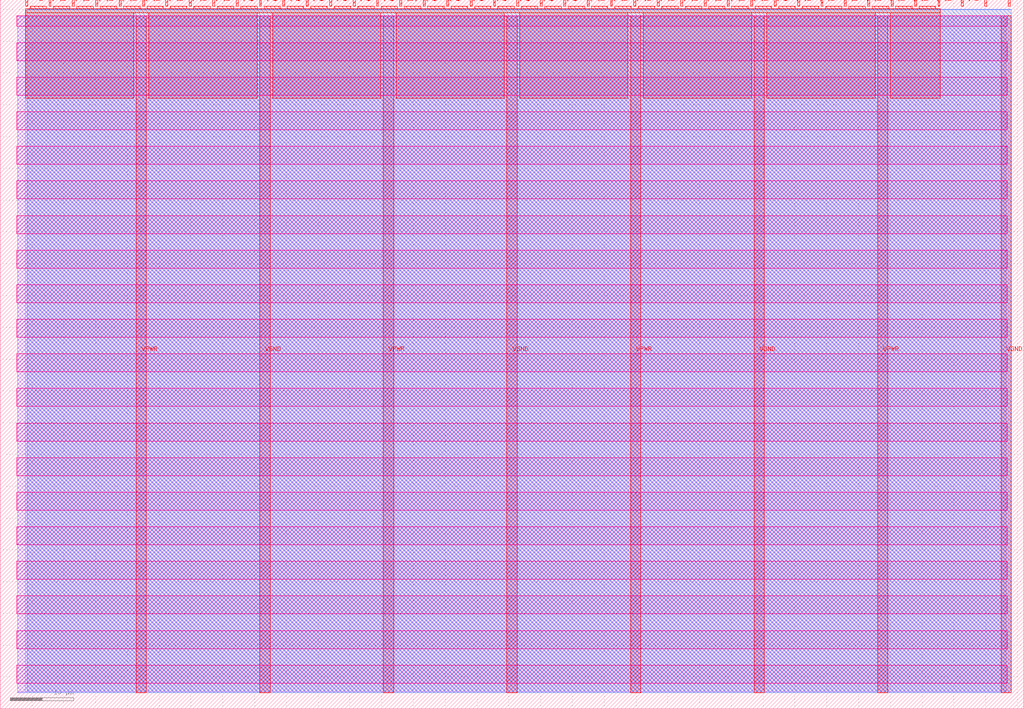
<source format=lef>
VERSION 5.7 ;
  NOWIREEXTENSIONATPIN ON ;
  DIVIDERCHAR "/" ;
  BUSBITCHARS "[]" ;
MACRO tt_um_wokwi_390913889347409921
  CLASS BLOCK ;
  FOREIGN tt_um_wokwi_390913889347409921 ;
  ORIGIN 0.000 0.000 ;
  SIZE 161.000 BY 111.520 ;
  PIN VGND
    DIRECTION INOUT ;
    USE GROUND ;
    PORT
      LAYER met4 ;
        RECT 40.830 2.480 42.430 109.040 ;
    END
    PORT
      LAYER met4 ;
        RECT 79.700 2.480 81.300 109.040 ;
    END
    PORT
      LAYER met4 ;
        RECT 118.570 2.480 120.170 109.040 ;
    END
    PORT
      LAYER met4 ;
        RECT 157.440 2.480 159.040 109.040 ;
    END
  END VGND
  PIN VPWR
    DIRECTION INOUT ;
    USE POWER ;
    PORT
      LAYER met4 ;
        RECT 21.395 2.480 22.995 109.040 ;
    END
    PORT
      LAYER met4 ;
        RECT 60.265 2.480 61.865 109.040 ;
    END
    PORT
      LAYER met4 ;
        RECT 99.135 2.480 100.735 109.040 ;
    END
    PORT
      LAYER met4 ;
        RECT 138.005 2.480 139.605 109.040 ;
    END
  END VPWR
  PIN clk
    DIRECTION INPUT ;
    USE SIGNAL ;
    PORT
      LAYER met4 ;
        RECT 154.870 110.520 155.170 111.520 ;
    END
  END clk
  PIN ena
    DIRECTION INPUT ;
    USE SIGNAL ;
    PORT
      LAYER met4 ;
        RECT 158.550 110.520 158.850 111.520 ;
    END
  END ena
  PIN rst_n
    DIRECTION INPUT ;
    USE SIGNAL ;
    PORT
      LAYER met4 ;
        RECT 151.190 110.520 151.490 111.520 ;
    END
  END rst_n
  PIN ui_in[0]
    DIRECTION INPUT ;
    USE SIGNAL ;
    ANTENNAGATEAREA 0.196500 ;
    PORT
      LAYER met4 ;
        RECT 147.510 110.520 147.810 111.520 ;
    END
  END ui_in[0]
  PIN ui_in[1]
    DIRECTION INPUT ;
    USE SIGNAL ;
    ANTENNAGATEAREA 0.196500 ;
    PORT
      LAYER met4 ;
        RECT 143.830 110.520 144.130 111.520 ;
    END
  END ui_in[1]
  PIN ui_in[2]
    DIRECTION INPUT ;
    USE SIGNAL ;
    ANTENNAGATEAREA 0.196500 ;
    PORT
      LAYER met4 ;
        RECT 140.150 110.520 140.450 111.520 ;
    END
  END ui_in[2]
  PIN ui_in[3]
    DIRECTION INPUT ;
    USE SIGNAL ;
    ANTENNAGATEAREA 0.196500 ;
    PORT
      LAYER met4 ;
        RECT 136.470 110.520 136.770 111.520 ;
    END
  END ui_in[3]
  PIN ui_in[4]
    DIRECTION INPUT ;
    USE SIGNAL ;
    ANTENNAGATEAREA 0.196500 ;
    PORT
      LAYER met4 ;
        RECT 132.790 110.520 133.090 111.520 ;
    END
  END ui_in[4]
  PIN ui_in[5]
    DIRECTION INPUT ;
    USE SIGNAL ;
    ANTENNAGATEAREA 0.196500 ;
    PORT
      LAYER met4 ;
        RECT 129.110 110.520 129.410 111.520 ;
    END
  END ui_in[5]
  PIN ui_in[6]
    DIRECTION INPUT ;
    USE SIGNAL ;
    ANTENNAGATEAREA 0.196500 ;
    PORT
      LAYER met4 ;
        RECT 125.430 110.520 125.730 111.520 ;
    END
  END ui_in[6]
  PIN ui_in[7]
    DIRECTION INPUT ;
    USE SIGNAL ;
    ANTENNAGATEAREA 0.196500 ;
    PORT
      LAYER met4 ;
        RECT 121.750 110.520 122.050 111.520 ;
    END
  END ui_in[7]
  PIN uio_in[0]
    DIRECTION INPUT ;
    USE SIGNAL ;
    PORT
      LAYER met4 ;
        RECT 118.070 110.520 118.370 111.520 ;
    END
  END uio_in[0]
  PIN uio_in[1]
    DIRECTION INPUT ;
    USE SIGNAL ;
    PORT
      LAYER met4 ;
        RECT 114.390 110.520 114.690 111.520 ;
    END
  END uio_in[1]
  PIN uio_in[2]
    DIRECTION INPUT ;
    USE SIGNAL ;
    PORT
      LAYER met4 ;
        RECT 110.710 110.520 111.010 111.520 ;
    END
  END uio_in[2]
  PIN uio_in[3]
    DIRECTION INPUT ;
    USE SIGNAL ;
    PORT
      LAYER met4 ;
        RECT 107.030 110.520 107.330 111.520 ;
    END
  END uio_in[3]
  PIN uio_in[4]
    DIRECTION INPUT ;
    USE SIGNAL ;
    PORT
      LAYER met4 ;
        RECT 103.350 110.520 103.650 111.520 ;
    END
  END uio_in[4]
  PIN uio_in[5]
    DIRECTION INPUT ;
    USE SIGNAL ;
    PORT
      LAYER met4 ;
        RECT 99.670 110.520 99.970 111.520 ;
    END
  END uio_in[5]
  PIN uio_in[6]
    DIRECTION INPUT ;
    USE SIGNAL ;
    PORT
      LAYER met4 ;
        RECT 95.990 110.520 96.290 111.520 ;
    END
  END uio_in[6]
  PIN uio_in[7]
    DIRECTION INPUT ;
    USE SIGNAL ;
    PORT
      LAYER met4 ;
        RECT 92.310 110.520 92.610 111.520 ;
    END
  END uio_in[7]
  PIN uio_oe[0]
    DIRECTION OUTPUT TRISTATE ;
    USE SIGNAL ;
    PORT
      LAYER met4 ;
        RECT 29.750 110.520 30.050 111.520 ;
    END
  END uio_oe[0]
  PIN uio_oe[1]
    DIRECTION OUTPUT TRISTATE ;
    USE SIGNAL ;
    PORT
      LAYER met4 ;
        RECT 26.070 110.520 26.370 111.520 ;
    END
  END uio_oe[1]
  PIN uio_oe[2]
    DIRECTION OUTPUT TRISTATE ;
    USE SIGNAL ;
    PORT
      LAYER met4 ;
        RECT 22.390 110.520 22.690 111.520 ;
    END
  END uio_oe[2]
  PIN uio_oe[3]
    DIRECTION OUTPUT TRISTATE ;
    USE SIGNAL ;
    PORT
      LAYER met4 ;
        RECT 18.710 110.520 19.010 111.520 ;
    END
  END uio_oe[3]
  PIN uio_oe[4]
    DIRECTION OUTPUT TRISTATE ;
    USE SIGNAL ;
    PORT
      LAYER met4 ;
        RECT 15.030 110.520 15.330 111.520 ;
    END
  END uio_oe[4]
  PIN uio_oe[5]
    DIRECTION OUTPUT TRISTATE ;
    USE SIGNAL ;
    PORT
      LAYER met4 ;
        RECT 11.350 110.520 11.650 111.520 ;
    END
  END uio_oe[5]
  PIN uio_oe[6]
    DIRECTION OUTPUT TRISTATE ;
    USE SIGNAL ;
    PORT
      LAYER met4 ;
        RECT 7.670 110.520 7.970 111.520 ;
    END
  END uio_oe[6]
  PIN uio_oe[7]
    DIRECTION OUTPUT TRISTATE ;
    USE SIGNAL ;
    PORT
      LAYER met4 ;
        RECT 3.990 110.520 4.290 111.520 ;
    END
  END uio_oe[7]
  PIN uio_out[0]
    DIRECTION OUTPUT TRISTATE ;
    USE SIGNAL ;
    PORT
      LAYER met4 ;
        RECT 59.190 110.520 59.490 111.520 ;
    END
  END uio_out[0]
  PIN uio_out[1]
    DIRECTION OUTPUT TRISTATE ;
    USE SIGNAL ;
    PORT
      LAYER met4 ;
        RECT 55.510 110.520 55.810 111.520 ;
    END
  END uio_out[1]
  PIN uio_out[2]
    DIRECTION OUTPUT TRISTATE ;
    USE SIGNAL ;
    PORT
      LAYER met4 ;
        RECT 51.830 110.520 52.130 111.520 ;
    END
  END uio_out[2]
  PIN uio_out[3]
    DIRECTION OUTPUT TRISTATE ;
    USE SIGNAL ;
    PORT
      LAYER met4 ;
        RECT 48.150 110.520 48.450 111.520 ;
    END
  END uio_out[3]
  PIN uio_out[4]
    DIRECTION OUTPUT TRISTATE ;
    USE SIGNAL ;
    PORT
      LAYER met4 ;
        RECT 44.470 110.520 44.770 111.520 ;
    END
  END uio_out[4]
  PIN uio_out[5]
    DIRECTION OUTPUT TRISTATE ;
    USE SIGNAL ;
    PORT
      LAYER met4 ;
        RECT 40.790 110.520 41.090 111.520 ;
    END
  END uio_out[5]
  PIN uio_out[6]
    DIRECTION OUTPUT TRISTATE ;
    USE SIGNAL ;
    PORT
      LAYER met4 ;
        RECT 37.110 110.520 37.410 111.520 ;
    END
  END uio_out[6]
  PIN uio_out[7]
    DIRECTION OUTPUT TRISTATE ;
    USE SIGNAL ;
    PORT
      LAYER met4 ;
        RECT 33.430 110.520 33.730 111.520 ;
    END
  END uio_out[7]
  PIN uo_out[0]
    DIRECTION OUTPUT TRISTATE ;
    USE SIGNAL ;
    ANTENNADIFFAREA 0.795200 ;
    PORT
      LAYER met4 ;
        RECT 88.630 110.520 88.930 111.520 ;
    END
  END uo_out[0]
  PIN uo_out[1]
    DIRECTION OUTPUT TRISTATE ;
    USE SIGNAL ;
    PORT
      LAYER met4 ;
        RECT 84.950 110.520 85.250 111.520 ;
    END
  END uo_out[1]
  PIN uo_out[2]
    DIRECTION OUTPUT TRISTATE ;
    USE SIGNAL ;
    PORT
      LAYER met4 ;
        RECT 81.270 110.520 81.570 111.520 ;
    END
  END uo_out[2]
  PIN uo_out[3]
    DIRECTION OUTPUT TRISTATE ;
    USE SIGNAL ;
    PORT
      LAYER met4 ;
        RECT 77.590 110.520 77.890 111.520 ;
    END
  END uo_out[3]
  PIN uo_out[4]
    DIRECTION OUTPUT TRISTATE ;
    USE SIGNAL ;
    PORT
      LAYER met4 ;
        RECT 73.910 110.520 74.210 111.520 ;
    END
  END uo_out[4]
  PIN uo_out[5]
    DIRECTION OUTPUT TRISTATE ;
    USE SIGNAL ;
    PORT
      LAYER met4 ;
        RECT 70.230 110.520 70.530 111.520 ;
    END
  END uo_out[5]
  PIN uo_out[6]
    DIRECTION OUTPUT TRISTATE ;
    USE SIGNAL ;
    PORT
      LAYER met4 ;
        RECT 66.550 110.520 66.850 111.520 ;
    END
  END uo_out[6]
  PIN uo_out[7]
    DIRECTION OUTPUT TRISTATE ;
    USE SIGNAL ;
    PORT
      LAYER met4 ;
        RECT 62.870 110.520 63.170 111.520 ;
    END
  END uo_out[7]
  OBS
      LAYER nwell ;
        RECT 2.570 107.385 158.430 108.990 ;
        RECT 2.570 101.945 158.430 104.775 ;
        RECT 2.570 96.505 158.430 99.335 ;
        RECT 2.570 91.065 158.430 93.895 ;
        RECT 2.570 85.625 158.430 88.455 ;
        RECT 2.570 80.185 158.430 83.015 ;
        RECT 2.570 74.745 158.430 77.575 ;
        RECT 2.570 69.305 158.430 72.135 ;
        RECT 2.570 63.865 158.430 66.695 ;
        RECT 2.570 58.425 158.430 61.255 ;
        RECT 2.570 52.985 158.430 55.815 ;
        RECT 2.570 47.545 158.430 50.375 ;
        RECT 2.570 42.105 158.430 44.935 ;
        RECT 2.570 36.665 158.430 39.495 ;
        RECT 2.570 31.225 158.430 34.055 ;
        RECT 2.570 25.785 158.430 28.615 ;
        RECT 2.570 20.345 158.430 23.175 ;
        RECT 2.570 14.905 158.430 17.735 ;
        RECT 2.570 9.465 158.430 12.295 ;
        RECT 2.570 4.025 158.430 6.855 ;
      LAYER li1 ;
        RECT 2.760 2.635 158.240 108.885 ;
      LAYER met1 ;
        RECT 2.760 2.480 159.040 109.040 ;
      LAYER met2 ;
        RECT 4.230 2.535 159.010 110.005 ;
      LAYER met3 ;
        RECT 3.950 2.555 159.030 109.985 ;
      LAYER met4 ;
        RECT 4.690 110.120 7.270 110.520 ;
        RECT 8.370 110.120 10.950 110.520 ;
        RECT 12.050 110.120 14.630 110.520 ;
        RECT 15.730 110.120 18.310 110.520 ;
        RECT 19.410 110.120 21.990 110.520 ;
        RECT 23.090 110.120 25.670 110.520 ;
        RECT 26.770 110.120 29.350 110.520 ;
        RECT 30.450 110.120 33.030 110.520 ;
        RECT 34.130 110.120 36.710 110.520 ;
        RECT 37.810 110.120 40.390 110.520 ;
        RECT 41.490 110.120 44.070 110.520 ;
        RECT 45.170 110.120 47.750 110.520 ;
        RECT 48.850 110.120 51.430 110.520 ;
        RECT 52.530 110.120 55.110 110.520 ;
        RECT 56.210 110.120 58.790 110.520 ;
        RECT 59.890 110.120 62.470 110.520 ;
        RECT 63.570 110.120 66.150 110.520 ;
        RECT 67.250 110.120 69.830 110.520 ;
        RECT 70.930 110.120 73.510 110.520 ;
        RECT 74.610 110.120 77.190 110.520 ;
        RECT 78.290 110.120 80.870 110.520 ;
        RECT 81.970 110.120 84.550 110.520 ;
        RECT 85.650 110.120 88.230 110.520 ;
        RECT 89.330 110.120 91.910 110.520 ;
        RECT 93.010 110.120 95.590 110.520 ;
        RECT 96.690 110.120 99.270 110.520 ;
        RECT 100.370 110.120 102.950 110.520 ;
        RECT 104.050 110.120 106.630 110.520 ;
        RECT 107.730 110.120 110.310 110.520 ;
        RECT 111.410 110.120 113.990 110.520 ;
        RECT 115.090 110.120 117.670 110.520 ;
        RECT 118.770 110.120 121.350 110.520 ;
        RECT 122.450 110.120 125.030 110.520 ;
        RECT 126.130 110.120 128.710 110.520 ;
        RECT 129.810 110.120 132.390 110.520 ;
        RECT 133.490 110.120 136.070 110.520 ;
        RECT 137.170 110.120 139.750 110.520 ;
        RECT 140.850 110.120 143.430 110.520 ;
        RECT 144.530 110.120 147.110 110.520 ;
        RECT 3.975 109.440 147.825 110.120 ;
        RECT 3.975 96.055 20.995 109.440 ;
        RECT 23.395 96.055 40.430 109.440 ;
        RECT 42.830 96.055 59.865 109.440 ;
        RECT 62.265 96.055 79.300 109.440 ;
        RECT 81.700 96.055 98.735 109.440 ;
        RECT 101.135 96.055 118.170 109.440 ;
        RECT 120.570 96.055 137.605 109.440 ;
        RECT 140.005 96.055 147.825 109.440 ;
  END
END tt_um_wokwi_390913889347409921
END LIBRARY


</source>
